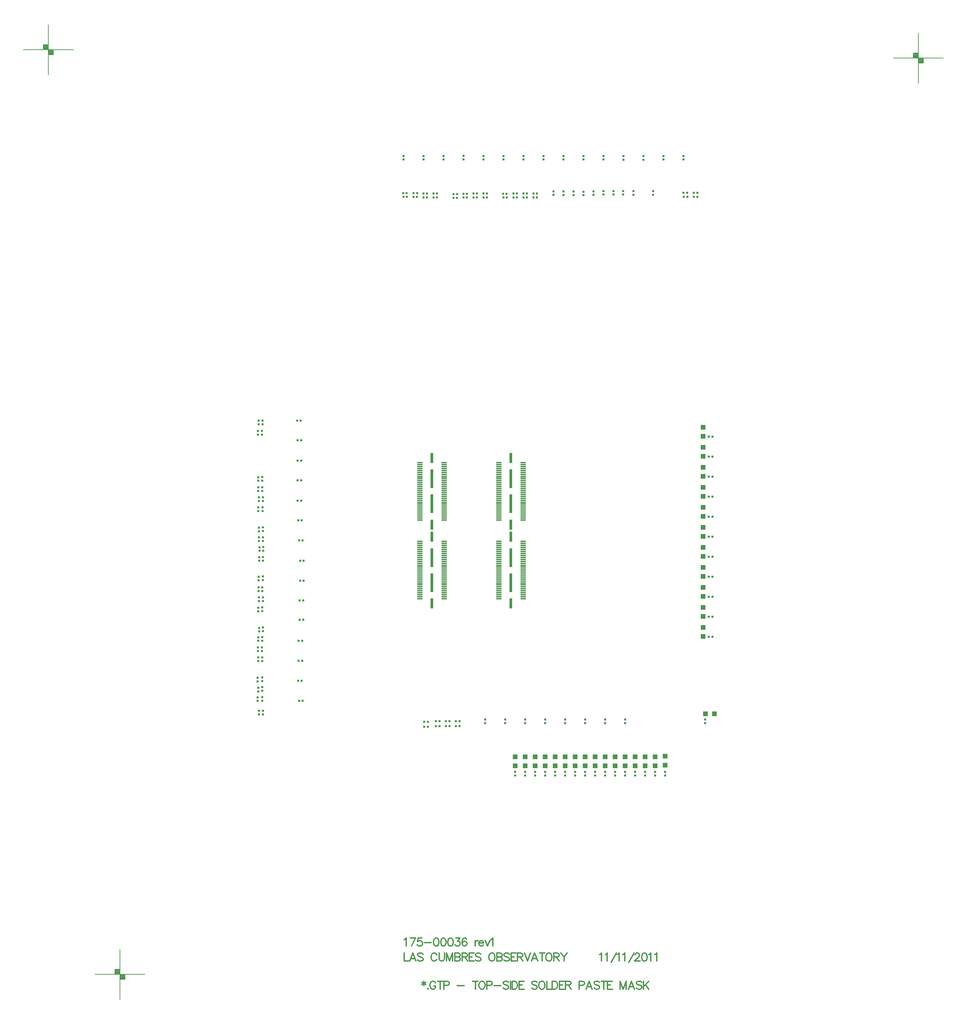
<source format=gtp>
%FSLAX23Y23*%
%MOIN*%
G70*
G01*
G75*
G04 Layer_Color=8421504*
%ADD10R,0.020X0.024*%
%ADD11R,0.025X0.100*%
%ADD12R,0.057X0.012*%
%ADD13R,0.025X0.185*%
%ADD14R,0.024X0.020*%
%ADD15R,0.050X0.050*%
%ADD16R,0.050X0.050*%
%ADD17C,0.005*%
%ADD18C,0.010*%
%ADD19C,0.012*%
%ADD20C,0.008*%
%ADD21C,0.012*%
%ADD22C,0.012*%
%ADD23C,0.200*%
%ADD24C,0.039*%
%ADD25C,0.059*%
%ADD26R,0.059X0.059*%
%ADD27R,0.059X0.059*%
%ADD28C,0.020*%
%ADD29C,0.080*%
%ADD30C,0.010*%
%ADD31C,0.040*%
%ADD32C,0.160*%
%ADD33C,0.080*%
%ADD34C,0.075*%
G04:AMPARAMS|DCode=35|XSize=108mil|YSize=108mil|CornerRadius=0mil|HoleSize=0mil|Usage=FLASHONLY|Rotation=0.000|XOffset=0mil|YOffset=0mil|HoleType=Round|Shape=Relief|Width=20mil|Gap=8mil|Entries=4|*
%AMTHD35*
7,0,0,0.108,0.092,0.020,45*
%
%ADD35THD35*%
G04:AMPARAMS|DCode=36|XSize=91.433mil|YSize=91.433mil|CornerRadius=0mil|HoleSize=0mil|Usage=FLASHONLY|Rotation=0.000|XOffset=0mil|YOffset=0mil|HoleType=Round|Shape=Relief|Width=20mil|Gap=8mil|Entries=4|*
%AMTHD36*
7,0,0,0.091,0.075,0.020,45*
%
%ADD36THD36*%
%ADD37C,0.092*%
%ADD38C,0.046*%
G04:AMPARAMS|DCode=39|XSize=66mil|YSize=66mil|CornerRadius=0mil|HoleSize=0mil|Usage=FLASHONLY|Rotation=0.000|XOffset=0mil|YOffset=0mil|HoleType=Round|Shape=Relief|Width=20mil|Gap=8mil|Entries=4|*
%AMTHD39*
7,0,0,0.066,0.050,0.020,45*
%
%ADD39THD39*%
%ADD40C,0.050*%
G04:AMPARAMS|DCode=41|XSize=62mil|YSize=62mil|CornerRadius=0mil|HoleSize=0mil|Usage=FLASHONLY|Rotation=0.000|XOffset=0mil|YOffset=0mil|HoleType=Round|Shape=Relief|Width=20mil|Gap=8mil|Entries=4|*
%AMTHD41*
7,0,0,0.062,0.046,0.020,45*
%
%ADD41THD41*%
%ADD42R,0.017X0.100*%
%ADD43R,0.017X0.185*%
%ADD44R,0.089X0.011*%
%ADD45C,0.008*%
%ADD46C,0.010*%
%ADD47C,0.007*%
%ADD48R,0.209X0.156*%
D10*
X31108Y23406D02*
D03*
X31073D02*
D03*
X29067Y18338D02*
D03*
X29032D02*
D03*
X29057Y18538D02*
D03*
X29022D02*
D03*
X29062Y18738D02*
D03*
X29027D02*
D03*
X29062Y18938D02*
D03*
X29027D02*
D03*
X29072Y19148D02*
D03*
X29037D02*
D03*
X29072Y19343D02*
D03*
X29037D02*
D03*
X29077Y19538D02*
D03*
X29042D02*
D03*
X29077Y19738D02*
D03*
X29042D02*
D03*
X29067Y19943D02*
D03*
X29032D02*
D03*
X29057Y20143D02*
D03*
X29022D02*
D03*
X29052Y20338D02*
D03*
X29017D02*
D03*
X29052Y20543D02*
D03*
X29017D02*
D03*
X29052Y20738D02*
D03*
X29017D02*
D03*
X29052Y20943D02*
D03*
X29017D02*
D03*
X29048Y21139D02*
D03*
X29013D02*
D03*
X33015Y23376D02*
D03*
X32980D02*
D03*
X32915D02*
D03*
X32880D02*
D03*
X32980Y23416D02*
D03*
X33015D02*
D03*
X32877D02*
D03*
X32913D02*
D03*
X31411Y23368D02*
D03*
X31375D02*
D03*
X31311D02*
D03*
X31275D02*
D03*
X31375Y23408D02*
D03*
X31411D02*
D03*
X31211Y23368D02*
D03*
X31175D02*
D03*
X31275Y23408D02*
D03*
X31311D02*
D03*
X31111Y23368D02*
D03*
X31075D02*
D03*
X31175Y23408D02*
D03*
X31211D02*
D03*
X30911Y23368D02*
D03*
X30875D02*
D03*
X30811D02*
D03*
X30775D02*
D03*
X30875Y23408D02*
D03*
X30911D02*
D03*
X30711Y23368D02*
D03*
X30675D02*
D03*
X30775Y23408D02*
D03*
X30811D02*
D03*
X30675Y23405D02*
D03*
X30710D02*
D03*
X30411Y23370D02*
D03*
X30376D02*
D03*
X30311D02*
D03*
X30276D02*
D03*
X30376Y23410D02*
D03*
X30411D02*
D03*
X30211Y23375D02*
D03*
X30176D02*
D03*
X30276Y23410D02*
D03*
X30311D02*
D03*
X30111Y23377D02*
D03*
X30076D02*
D03*
X30177Y23413D02*
D03*
X30212D02*
D03*
X30576Y23366D02*
D03*
X30611D02*
D03*
X30612Y23403D02*
D03*
X30577D02*
D03*
X30107Y23414D02*
D03*
X30072D02*
D03*
X33165Y20979D02*
D03*
X33130D02*
D03*
X33165Y20779D02*
D03*
X33130D02*
D03*
X33165Y20579D02*
D03*
X33130D02*
D03*
X33165Y20379D02*
D03*
X33130D02*
D03*
X33165Y20179D02*
D03*
X33130D02*
D03*
X33165Y19979D02*
D03*
X33130D02*
D03*
X33165Y19779D02*
D03*
X33130D02*
D03*
X33165Y19579D02*
D03*
X33130D02*
D03*
X33165Y19379D02*
D03*
X33130D02*
D03*
X33165Y19179D02*
D03*
X33130D02*
D03*
X33165Y18979D02*
D03*
X33130D02*
D03*
X30600Y18085D02*
D03*
X30635D02*
D03*
X30500D02*
D03*
X30535D02*
D03*
X30635Y18135D02*
D03*
X30600D02*
D03*
X30535D02*
D03*
X30500D02*
D03*
X30400Y18085D02*
D03*
X30435D02*
D03*
X30284Y18130D02*
D03*
X30319D02*
D03*
X30435Y18135D02*
D03*
X30400D02*
D03*
X30319Y18080D02*
D03*
X30284D02*
D03*
D11*
X31151Y19978D02*
D03*
Y20100D02*
D03*
Y20765D02*
D03*
Y19313D02*
D03*
X30361Y19978D02*
D03*
Y20100D02*
D03*
Y20765D02*
D03*
Y19313D02*
D03*
D12*
X31272Y20718D02*
D03*
Y20698D02*
D03*
Y20679D02*
D03*
Y20659D02*
D03*
Y20639D02*
D03*
Y20620D02*
D03*
Y20600D02*
D03*
Y20580D02*
D03*
Y20561D02*
D03*
Y20541D02*
D03*
Y20521D02*
D03*
Y20501D02*
D03*
Y20482D02*
D03*
Y20462D02*
D03*
Y20442D02*
D03*
Y20423D02*
D03*
Y20403D02*
D03*
Y20383D02*
D03*
Y20364D02*
D03*
Y20344D02*
D03*
Y20324D02*
D03*
Y20305D02*
D03*
Y20285D02*
D03*
Y20265D02*
D03*
Y20246D02*
D03*
Y20226D02*
D03*
Y20206D02*
D03*
Y20187D02*
D03*
Y20167D02*
D03*
Y20147D02*
D03*
Y19931D02*
D03*
Y19911D02*
D03*
Y19891D02*
D03*
Y19872D02*
D03*
Y19852D02*
D03*
Y19832D02*
D03*
Y19812D02*
D03*
Y19793D02*
D03*
Y19773D02*
D03*
Y19753D02*
D03*
Y19734D02*
D03*
Y19714D02*
D03*
Y19694D02*
D03*
Y19675D02*
D03*
Y19655D02*
D03*
Y19635D02*
D03*
Y19616D02*
D03*
Y19596D02*
D03*
Y19576D02*
D03*
Y19557D02*
D03*
Y19537D02*
D03*
Y19517D02*
D03*
Y19498D02*
D03*
Y19478D02*
D03*
Y19458D02*
D03*
Y19438D02*
D03*
Y19419D02*
D03*
Y19399D02*
D03*
Y19379D02*
D03*
Y19360D02*
D03*
X31029Y20718D02*
D03*
Y20698D02*
D03*
Y20679D02*
D03*
Y20659D02*
D03*
Y20639D02*
D03*
Y20620D02*
D03*
Y20600D02*
D03*
Y20580D02*
D03*
Y20561D02*
D03*
Y20541D02*
D03*
Y20521D02*
D03*
Y20501D02*
D03*
Y20482D02*
D03*
Y20462D02*
D03*
Y20442D02*
D03*
Y20423D02*
D03*
Y20403D02*
D03*
Y20383D02*
D03*
Y20364D02*
D03*
Y20344D02*
D03*
Y20324D02*
D03*
Y20305D02*
D03*
Y20285D02*
D03*
Y20265D02*
D03*
Y20246D02*
D03*
Y20226D02*
D03*
Y20206D02*
D03*
Y20187D02*
D03*
Y20167D02*
D03*
Y20147D02*
D03*
Y19931D02*
D03*
Y19911D02*
D03*
Y19891D02*
D03*
Y19872D02*
D03*
Y19852D02*
D03*
Y19832D02*
D03*
Y19812D02*
D03*
Y19793D02*
D03*
Y19773D02*
D03*
Y19753D02*
D03*
Y19734D02*
D03*
Y19714D02*
D03*
Y19694D02*
D03*
Y19675D02*
D03*
Y19655D02*
D03*
Y19635D02*
D03*
Y19616D02*
D03*
Y19596D02*
D03*
Y19576D02*
D03*
Y19557D02*
D03*
Y19537D02*
D03*
Y19517D02*
D03*
Y19498D02*
D03*
Y19478D02*
D03*
Y19458D02*
D03*
Y19438D02*
D03*
Y19419D02*
D03*
Y19399D02*
D03*
Y19379D02*
D03*
Y19360D02*
D03*
X30482Y20718D02*
D03*
Y20698D02*
D03*
Y20679D02*
D03*
Y20659D02*
D03*
Y20639D02*
D03*
Y20620D02*
D03*
Y20600D02*
D03*
Y20580D02*
D03*
Y20561D02*
D03*
Y20541D02*
D03*
Y20521D02*
D03*
Y20501D02*
D03*
Y20482D02*
D03*
Y20462D02*
D03*
Y20442D02*
D03*
Y20423D02*
D03*
Y20403D02*
D03*
Y20383D02*
D03*
Y20364D02*
D03*
Y20344D02*
D03*
Y20324D02*
D03*
Y20305D02*
D03*
Y20285D02*
D03*
Y20265D02*
D03*
Y20246D02*
D03*
Y20226D02*
D03*
Y20206D02*
D03*
Y20187D02*
D03*
Y20167D02*
D03*
Y20147D02*
D03*
Y19931D02*
D03*
Y19911D02*
D03*
Y19891D02*
D03*
Y19872D02*
D03*
Y19852D02*
D03*
Y19832D02*
D03*
Y19812D02*
D03*
Y19793D02*
D03*
Y19773D02*
D03*
Y19753D02*
D03*
Y19734D02*
D03*
Y19714D02*
D03*
Y19694D02*
D03*
Y19675D02*
D03*
Y19655D02*
D03*
Y19635D02*
D03*
Y19616D02*
D03*
Y19596D02*
D03*
Y19576D02*
D03*
Y19557D02*
D03*
Y19537D02*
D03*
Y19517D02*
D03*
Y19498D02*
D03*
Y19478D02*
D03*
Y19458D02*
D03*
Y19438D02*
D03*
Y19419D02*
D03*
Y19399D02*
D03*
Y19379D02*
D03*
Y19360D02*
D03*
X30239Y20718D02*
D03*
Y20698D02*
D03*
Y20679D02*
D03*
Y20659D02*
D03*
Y20639D02*
D03*
Y20620D02*
D03*
Y20600D02*
D03*
Y20580D02*
D03*
Y20561D02*
D03*
Y20541D02*
D03*
Y20521D02*
D03*
Y20501D02*
D03*
Y20482D02*
D03*
Y20462D02*
D03*
Y20442D02*
D03*
Y20423D02*
D03*
Y20403D02*
D03*
Y20383D02*
D03*
Y20364D02*
D03*
Y20344D02*
D03*
Y20324D02*
D03*
Y20305D02*
D03*
Y20285D02*
D03*
Y20265D02*
D03*
Y20246D02*
D03*
Y20226D02*
D03*
Y20206D02*
D03*
Y20187D02*
D03*
Y20167D02*
D03*
Y20147D02*
D03*
Y19931D02*
D03*
Y19911D02*
D03*
Y19891D02*
D03*
Y19872D02*
D03*
Y19852D02*
D03*
Y19832D02*
D03*
Y19812D02*
D03*
Y19793D02*
D03*
Y19773D02*
D03*
Y19753D02*
D03*
Y19734D02*
D03*
Y19714D02*
D03*
Y19694D02*
D03*
Y19675D02*
D03*
Y19655D02*
D03*
Y19635D02*
D03*
Y19616D02*
D03*
Y19596D02*
D03*
Y19576D02*
D03*
Y19557D02*
D03*
Y19537D02*
D03*
Y19517D02*
D03*
Y19498D02*
D03*
Y19478D02*
D03*
Y19458D02*
D03*
Y19438D02*
D03*
Y19419D02*
D03*
Y19399D02*
D03*
Y19379D02*
D03*
Y19360D02*
D03*
D13*
X31151Y20558D02*
D03*
Y20308D02*
D03*
Y19520D02*
D03*
Y19770D02*
D03*
X30361Y20558D02*
D03*
Y20308D02*
D03*
Y19520D02*
D03*
Y19770D02*
D03*
D14*
X28669Y18202D02*
D03*
Y18238D02*
D03*
X28664Y18376D02*
D03*
Y18340D02*
D03*
X28629Y18238D02*
D03*
Y18202D02*
D03*
X28664Y18476D02*
D03*
Y18440D02*
D03*
X28618Y18339D02*
D03*
Y18374D02*
D03*
X28664Y18571D02*
D03*
Y18535D02*
D03*
X28624Y18434D02*
D03*
Y18469D02*
D03*
X28616Y18534D02*
D03*
Y18569D02*
D03*
X28664Y18771D02*
D03*
Y18735D02*
D03*
X28659Y18871D02*
D03*
Y18835D02*
D03*
X28624Y18735D02*
D03*
Y18771D02*
D03*
X28664Y18976D02*
D03*
Y18940D02*
D03*
X28621Y18835D02*
D03*
Y18871D02*
D03*
X28669Y19071D02*
D03*
Y19035D02*
D03*
X28623Y18939D02*
D03*
Y18974D02*
D03*
X28632Y19031D02*
D03*
Y19067D02*
D03*
X28664Y19271D02*
D03*
Y19235D02*
D03*
X28669Y19371D02*
D03*
Y19335D02*
D03*
X28623Y19234D02*
D03*
Y19269D02*
D03*
X28664Y19471D02*
D03*
Y19435D02*
D03*
X28629Y19335D02*
D03*
Y19371D02*
D03*
X28669Y19581D02*
D03*
Y19545D02*
D03*
X28625Y19435D02*
D03*
Y19471D02*
D03*
X28628Y19543D02*
D03*
Y19579D02*
D03*
X28669Y19776D02*
D03*
Y19740D02*
D03*
X28674Y19876D02*
D03*
Y19840D02*
D03*
X28632Y19739D02*
D03*
Y19774D02*
D03*
X28669Y19971D02*
D03*
Y19935D02*
D03*
X28636Y19839D02*
D03*
Y19874D02*
D03*
X28669Y20071D02*
D03*
Y20035D02*
D03*
X28629Y19935D02*
D03*
Y19971D02*
D03*
Y20034D02*
D03*
Y20069D02*
D03*
X28665Y20271D02*
D03*
Y20236D02*
D03*
X28669Y20371D02*
D03*
Y20335D02*
D03*
X28624Y20235D02*
D03*
Y20271D02*
D03*
X28664Y20471D02*
D03*
Y20435D02*
D03*
X28629Y20335D02*
D03*
Y20371D02*
D03*
X28664Y20576D02*
D03*
Y20540D02*
D03*
X28624Y20435D02*
D03*
Y20471D02*
D03*
Y20538D02*
D03*
Y20573D02*
D03*
X28619Y21000D02*
D03*
Y21036D02*
D03*
X28625Y21102D02*
D03*
Y21138D02*
D03*
X28659Y21036D02*
D03*
Y21000D02*
D03*
X28665Y21138D02*
D03*
Y21102D02*
D03*
X32877Y23784D02*
D03*
Y23748D02*
D03*
X32677Y23784D02*
D03*
Y23748D02*
D03*
X32574Y23396D02*
D03*
Y23432D02*
D03*
X32477Y23781D02*
D03*
Y23746D02*
D03*
X32376Y23396D02*
D03*
Y23432D02*
D03*
X32277Y23781D02*
D03*
Y23746D02*
D03*
X32077Y23784D02*
D03*
Y23748D02*
D03*
X31877Y23784D02*
D03*
Y23748D02*
D03*
X31677Y23784D02*
D03*
Y23748D02*
D03*
X31477Y23784D02*
D03*
Y23748D02*
D03*
X31277Y23784D02*
D03*
Y23748D02*
D03*
X31075Y23784D02*
D03*
Y23748D02*
D03*
X30877Y23784D02*
D03*
Y23748D02*
D03*
X30676Y23785D02*
D03*
Y23749D02*
D03*
X30477Y23784D02*
D03*
Y23748D02*
D03*
X30277Y23784D02*
D03*
Y23748D02*
D03*
X30077Y23784D02*
D03*
Y23748D02*
D03*
X33092Y18117D02*
D03*
Y18153D02*
D03*
X32692Y17592D02*
D03*
Y17628D02*
D03*
X32592Y17592D02*
D03*
Y17628D02*
D03*
X32492Y17592D02*
D03*
Y17628D02*
D03*
X32392Y17592D02*
D03*
Y17628D02*
D03*
X32292Y17592D02*
D03*
Y17628D02*
D03*
Y18117D02*
D03*
Y18153D02*
D03*
X32192Y17592D02*
D03*
Y17628D02*
D03*
X32092Y17592D02*
D03*
Y17628D02*
D03*
Y18117D02*
D03*
Y18153D02*
D03*
X31992Y17592D02*
D03*
Y17628D02*
D03*
X31892Y17592D02*
D03*
Y17628D02*
D03*
Y18117D02*
D03*
Y18153D02*
D03*
X31792Y17592D02*
D03*
Y17628D02*
D03*
X31692Y17592D02*
D03*
Y17628D02*
D03*
Y18117D02*
D03*
Y18153D02*
D03*
X31592Y17592D02*
D03*
Y17628D02*
D03*
X31492Y17592D02*
D03*
Y17628D02*
D03*
Y18117D02*
D03*
Y18153D02*
D03*
X31392Y17592D02*
D03*
Y17628D02*
D03*
X31292Y17592D02*
D03*
Y17628D02*
D03*
Y18117D02*
D03*
Y18153D02*
D03*
X31192Y17592D02*
D03*
Y17628D02*
D03*
X31092Y18117D02*
D03*
Y18153D02*
D03*
X30892Y18117D02*
D03*
Y18153D02*
D03*
X32274Y23434D02*
D03*
Y23398D02*
D03*
X32175Y23434D02*
D03*
Y23398D02*
D03*
X32075Y23434D02*
D03*
Y23398D02*
D03*
X31975Y23430D02*
D03*
Y23395D02*
D03*
X31877Y23427D02*
D03*
Y23391D02*
D03*
X31775Y23429D02*
D03*
Y23393D02*
D03*
X31675Y23429D02*
D03*
Y23393D02*
D03*
X31575Y23430D02*
D03*
Y23395D02*
D03*
D15*
X33072Y20984D02*
D03*
Y21074D02*
D03*
Y20784D02*
D03*
Y20874D02*
D03*
Y20584D02*
D03*
Y20674D02*
D03*
Y20384D02*
D03*
Y20474D02*
D03*
Y20184D02*
D03*
Y20274D02*
D03*
Y19984D02*
D03*
Y20074D02*
D03*
Y19784D02*
D03*
Y19874D02*
D03*
Y19584D02*
D03*
Y19674D02*
D03*
Y19384D02*
D03*
Y19474D02*
D03*
Y19184D02*
D03*
Y19274D02*
D03*
Y18984D02*
D03*
Y19074D02*
D03*
X32692Y17695D02*
D03*
Y17785D02*
D03*
X32592Y17690D02*
D03*
Y17780D02*
D03*
X32492Y17690D02*
D03*
Y17780D02*
D03*
X32392Y17690D02*
D03*
Y17780D02*
D03*
X32292Y17690D02*
D03*
Y17780D02*
D03*
X32192Y17690D02*
D03*
Y17780D02*
D03*
X32092Y17690D02*
D03*
Y17780D02*
D03*
X31992Y17690D02*
D03*
Y17780D02*
D03*
X31892Y17690D02*
D03*
Y17780D02*
D03*
X31792Y17690D02*
D03*
Y17780D02*
D03*
X31692Y17690D02*
D03*
Y17780D02*
D03*
X31592Y17690D02*
D03*
Y17780D02*
D03*
X31492Y17690D02*
D03*
Y17780D02*
D03*
X31392Y17690D02*
D03*
Y17780D02*
D03*
X31292Y17690D02*
D03*
Y17780D02*
D03*
X31192Y17690D02*
D03*
Y17780D02*
D03*
D16*
X33097Y18210D02*
D03*
X33187D02*
D03*
D20*
X27210Y15632D02*
X27220D01*
X27210Y15627D02*
Y15637D01*
Y15627D02*
X27220D01*
Y15637D01*
X27210D02*
X27220D01*
X27205Y15622D02*
Y15637D01*
Y15622D02*
X27225D01*
Y15642D01*
X27205D02*
X27225D01*
X27200Y15617D02*
Y15642D01*
Y15617D02*
X27230D01*
Y15647D01*
X27200D02*
X27230D01*
X27195Y15612D02*
Y15652D01*
Y15612D02*
X27235D01*
Y15652D01*
X27195D02*
X27235D01*
X27260Y15582D02*
X27270D01*
X27260Y15577D02*
Y15587D01*
Y15577D02*
X27270D01*
Y15587D01*
X27260D02*
X27270D01*
X27255Y15572D02*
Y15587D01*
Y15572D02*
X27275D01*
Y15592D01*
X27255D02*
X27275D01*
X27250Y15567D02*
Y15592D01*
Y15567D02*
X27280D01*
Y15597D01*
X27250D02*
X27280D01*
X27245Y15562D02*
Y15602D01*
Y15562D02*
X27285D01*
Y15602D01*
X27245D02*
X27285D01*
X27240Y15557D02*
X27290D01*
Y15607D01*
X27190Y15657D02*
X27240D01*
X27190Y15607D02*
Y15657D01*
X27240Y15357D02*
Y15857D01*
X26990Y15607D02*
X27490D01*
X35198Y24788D02*
X35208D01*
X35198Y24783D02*
Y24793D01*
Y24783D02*
X35208D01*
Y24793D01*
X35198D02*
X35208D01*
X35193Y24778D02*
Y24793D01*
Y24778D02*
X35213D01*
Y24798D01*
X35193D02*
X35213D01*
X35188Y24773D02*
Y24798D01*
Y24773D02*
X35218D01*
Y24803D01*
X35188D02*
X35218D01*
X35183Y24768D02*
Y24808D01*
Y24768D02*
X35223D01*
Y24808D01*
X35183D02*
X35223D01*
X35248Y24738D02*
X35258D01*
X35248Y24733D02*
Y24743D01*
Y24733D02*
X35258D01*
Y24743D01*
X35248D02*
X35258D01*
X35243Y24728D02*
Y24743D01*
Y24728D02*
X35263D01*
Y24748D01*
X35243D02*
X35263D01*
X35238Y24723D02*
Y24748D01*
Y24723D02*
X35268D01*
Y24753D01*
X35238D02*
X35268D01*
X35233Y24718D02*
Y24758D01*
Y24718D02*
X35273D01*
Y24758D01*
X35233D02*
X35273D01*
X35228Y24713D02*
X35278D01*
Y24763D01*
X35178Y24813D02*
X35228D01*
X35178Y24763D02*
Y24813D01*
X35228Y24513D02*
Y25013D01*
X34978Y24763D02*
X35478D01*
X26494Y24871D02*
X26504D01*
X26494Y24866D02*
Y24876D01*
Y24866D02*
X26504D01*
Y24876D01*
X26494D02*
X26504D01*
X26489Y24861D02*
Y24876D01*
Y24861D02*
X26509D01*
Y24881D01*
X26489D02*
X26509D01*
X26484Y24856D02*
Y24881D01*
Y24856D02*
X26514D01*
Y24886D01*
X26484D02*
X26514D01*
X26479Y24851D02*
Y24891D01*
Y24851D02*
X26519D01*
Y24891D01*
X26479D02*
X26519D01*
X26544Y24821D02*
X26554D01*
X26544Y24816D02*
Y24826D01*
Y24816D02*
X26554D01*
Y24826D01*
X26544D02*
X26554D01*
X26539Y24811D02*
Y24826D01*
Y24811D02*
X26559D01*
Y24831D01*
X26539D02*
X26559D01*
X26534Y24806D02*
Y24831D01*
Y24806D02*
X26564D01*
Y24836D01*
X26534D02*
X26564D01*
X26529Y24801D02*
Y24841D01*
Y24801D02*
X26569D01*
Y24841D01*
X26529D02*
X26569D01*
X26524Y24796D02*
X26574D01*
Y24846D01*
X26474Y24896D02*
X26524D01*
X26474Y24846D02*
Y24896D01*
X26524Y24596D02*
Y25096D01*
X26274Y24846D02*
X26774D01*
D21*
X30084Y15818D02*
Y15738D01*
X30130D01*
X30200D02*
X30169Y15818D01*
X30139Y15738D01*
X30150Y15764D02*
X30188D01*
X30272Y15806D02*
X30264Y15814D01*
X30253Y15818D01*
X30237D01*
X30226Y15814D01*
X30218Y15806D01*
Y15799D01*
X30222Y15791D01*
X30226Y15787D01*
X30234Y15783D01*
X30256Y15776D01*
X30264Y15772D01*
X30268Y15768D01*
X30272Y15761D01*
Y15749D01*
X30264Y15742D01*
X30253Y15738D01*
X30237D01*
X30226Y15742D01*
X30218Y15749D01*
X30409Y15799D02*
X30406Y15806D01*
X30398Y15814D01*
X30390Y15818D01*
X30375D01*
X30368Y15814D01*
X30360Y15806D01*
X30356Y15799D01*
X30352Y15787D01*
Y15768D01*
X30356Y15757D01*
X30360Y15749D01*
X30368Y15742D01*
X30375Y15738D01*
X30390D01*
X30398Y15742D01*
X30406Y15749D01*
X30409Y15757D01*
X30432Y15818D02*
Y15761D01*
X30436Y15749D01*
X30443Y15742D01*
X30455Y15738D01*
X30462D01*
X30474Y15742D01*
X30481Y15749D01*
X30485Y15761D01*
Y15818D01*
X30507D02*
Y15738D01*
Y15818D02*
X30538Y15738D01*
X30568Y15818D02*
X30538Y15738D01*
X30568Y15818D02*
Y15738D01*
X30591Y15818D02*
Y15738D01*
Y15818D02*
X30625D01*
X30637Y15814D01*
X30641Y15810D01*
X30644Y15803D01*
Y15795D01*
X30641Y15787D01*
X30637Y15783D01*
X30625Y15780D01*
X30591D02*
X30625D01*
X30637Y15776D01*
X30641Y15772D01*
X30644Y15764D01*
Y15753D01*
X30641Y15745D01*
X30637Y15742D01*
X30625Y15738D01*
X30591D01*
X30662Y15818D02*
Y15738D01*
Y15818D02*
X30697D01*
X30708Y15814D01*
X30712Y15810D01*
X30716Y15803D01*
Y15795D01*
X30712Y15787D01*
X30708Y15783D01*
X30697Y15780D01*
X30662D01*
X30689D02*
X30716Y15738D01*
X30783Y15818D02*
X30734D01*
Y15738D01*
X30783D01*
X30734Y15780D02*
X30764D01*
X30850Y15806D02*
X30842Y15814D01*
X30831Y15818D01*
X30815D01*
X30804Y15814D01*
X30796Y15806D01*
Y15799D01*
X30800Y15791D01*
X30804Y15787D01*
X30812Y15783D01*
X30835Y15776D01*
X30842Y15772D01*
X30846Y15768D01*
X30850Y15761D01*
Y15749D01*
X30842Y15742D01*
X30831Y15738D01*
X30815D01*
X30804Y15742D01*
X30796Y15749D01*
X30953Y15818D02*
X30946Y15814D01*
X30938Y15806D01*
X30934Y15799D01*
X30931Y15787D01*
Y15768D01*
X30934Y15757D01*
X30938Y15749D01*
X30946Y15742D01*
X30953Y15738D01*
X30969D01*
X30976Y15742D01*
X30984Y15749D01*
X30988Y15757D01*
X30991Y15768D01*
Y15787D01*
X30988Y15799D01*
X30984Y15806D01*
X30976Y15814D01*
X30969Y15818D01*
X30953D01*
X31010D02*
Y15738D01*
Y15818D02*
X31044D01*
X31056Y15814D01*
X31060Y15810D01*
X31063Y15803D01*
Y15795D01*
X31060Y15787D01*
X31056Y15783D01*
X31044Y15780D01*
X31010D02*
X31044D01*
X31056Y15776D01*
X31060Y15772D01*
X31063Y15764D01*
Y15753D01*
X31060Y15745D01*
X31056Y15742D01*
X31044Y15738D01*
X31010D01*
X31135Y15806D02*
X31127Y15814D01*
X31116Y15818D01*
X31100D01*
X31089Y15814D01*
X31081Y15806D01*
Y15799D01*
X31085Y15791D01*
X31089Y15787D01*
X31097Y15783D01*
X31119Y15776D01*
X31127Y15772D01*
X31131Y15768D01*
X31135Y15761D01*
Y15749D01*
X31127Y15742D01*
X31116Y15738D01*
X31100D01*
X31089Y15742D01*
X31081Y15749D01*
X31202Y15818D02*
X31153D01*
Y15738D01*
X31202D01*
X31153Y15780D02*
X31183D01*
X31215Y15818D02*
Y15738D01*
Y15818D02*
X31250D01*
X31261Y15814D01*
X31265Y15810D01*
X31269Y15803D01*
Y15795D01*
X31265Y15787D01*
X31261Y15783D01*
X31250Y15780D01*
X31215D01*
X31242D02*
X31269Y15738D01*
X31287Y15818D02*
X31317Y15738D01*
X31348Y15818D02*
X31317Y15738D01*
X31419D02*
X31388Y15818D01*
X31358Y15738D01*
X31369Y15764D02*
X31407D01*
X31464Y15818D02*
Y15738D01*
X31437Y15818D02*
X31491D01*
X31523D02*
X31516Y15814D01*
X31508Y15806D01*
X31504Y15799D01*
X31500Y15787D01*
Y15768D01*
X31504Y15757D01*
X31508Y15749D01*
X31516Y15742D01*
X31523Y15738D01*
X31538D01*
X31546Y15742D01*
X31554Y15749D01*
X31557Y15757D01*
X31561Y15768D01*
Y15787D01*
X31557Y15799D01*
X31554Y15806D01*
X31546Y15814D01*
X31538Y15818D01*
X31523D01*
X31580D02*
Y15738D01*
Y15818D02*
X31614D01*
X31626Y15814D01*
X31629Y15810D01*
X31633Y15803D01*
Y15795D01*
X31629Y15787D01*
X31626Y15783D01*
X31614Y15780D01*
X31580D01*
X31607D02*
X31633Y15738D01*
X31651Y15818D02*
X31682Y15780D01*
Y15738D01*
X31712Y15818D02*
X31682Y15780D01*
X32037Y15803D02*
X32044Y15806D01*
X32056Y15818D01*
Y15738D01*
X32095Y15803D02*
X32103Y15806D01*
X32114Y15818D01*
Y15738D01*
X32154Y15726D02*
X32207Y15818D01*
X32213Y15803D02*
X32220Y15806D01*
X32232Y15818D01*
Y15738D01*
X32271Y15803D02*
X32279Y15806D01*
X32290Y15818D01*
Y15738D01*
X32330Y15726D02*
X32383Y15818D01*
X32392Y15799D02*
Y15803D01*
X32396Y15810D01*
X32400Y15814D01*
X32408Y15818D01*
X32423D01*
X32430Y15814D01*
X32434Y15810D01*
X32438Y15803D01*
Y15795D01*
X32434Y15787D01*
X32427Y15776D01*
X32388Y15738D01*
X32442D01*
X32483Y15818D02*
X32471Y15814D01*
X32464Y15803D01*
X32460Y15783D01*
Y15772D01*
X32464Y15753D01*
X32471Y15742D01*
X32483Y15738D01*
X32490D01*
X32502Y15742D01*
X32509Y15753D01*
X32513Y15772D01*
Y15783D01*
X32509Y15803D01*
X32502Y15814D01*
X32490Y15818D01*
X32483D01*
X32531Y15803D02*
X32539Y15806D01*
X32550Y15818D01*
Y15738D01*
X32590Y15803D02*
X32597Y15806D01*
X32609Y15818D01*
Y15738D01*
D22*
X30280Y15537D02*
Y15491D01*
X30261Y15526D02*
X30299Y15503D01*
Y15526D02*
X30261Y15503D01*
X30319Y15465D02*
X30316Y15461D01*
X30319Y15457D01*
X30323Y15461D01*
X30319Y15465D01*
X30398Y15518D02*
X30394Y15526D01*
X30386Y15533D01*
X30379Y15537D01*
X30364D01*
X30356Y15533D01*
X30348Y15526D01*
X30345Y15518D01*
X30341Y15507D01*
Y15488D01*
X30345Y15476D01*
X30348Y15469D01*
X30356Y15461D01*
X30364Y15457D01*
X30379D01*
X30386Y15461D01*
X30394Y15469D01*
X30398Y15476D01*
Y15488D01*
X30379D02*
X30398D01*
X30443Y15537D02*
Y15457D01*
X30416Y15537D02*
X30470D01*
X30479Y15495D02*
X30513D01*
X30525Y15499D01*
X30529Y15503D01*
X30532Y15511D01*
Y15522D01*
X30529Y15530D01*
X30525Y15533D01*
X30513Y15537D01*
X30479D01*
Y15457D01*
X30613Y15491D02*
X30682D01*
X30795Y15537D02*
Y15457D01*
X30768Y15537D02*
X30821D01*
X30854D02*
X30846Y15533D01*
X30839Y15526D01*
X30835Y15518D01*
X30831Y15507D01*
Y15488D01*
X30835Y15476D01*
X30839Y15469D01*
X30846Y15461D01*
X30854Y15457D01*
X30869D01*
X30877Y15461D01*
X30884Y15469D01*
X30888Y15476D01*
X30892Y15488D01*
Y15507D01*
X30888Y15518D01*
X30884Y15526D01*
X30877Y15533D01*
X30869Y15537D01*
X30854D01*
X30911Y15495D02*
X30945D01*
X30956Y15499D01*
X30960Y15503D01*
X30964Y15511D01*
Y15522D01*
X30960Y15530D01*
X30956Y15533D01*
X30945Y15537D01*
X30911D01*
Y15457D01*
X30982Y15491D02*
X31050D01*
X31127Y15526D02*
X31120Y15533D01*
X31108Y15537D01*
X31093D01*
X31082Y15533D01*
X31074Y15526D01*
Y15518D01*
X31078Y15511D01*
X31082Y15507D01*
X31089Y15503D01*
X31112Y15495D01*
X31120Y15491D01*
X31123Y15488D01*
X31127Y15480D01*
Y15469D01*
X31120Y15461D01*
X31108Y15457D01*
X31093D01*
X31082Y15461D01*
X31074Y15469D01*
X31145Y15537D02*
Y15457D01*
X31162Y15537D02*
Y15457D01*
Y15537D02*
X31189D01*
X31200Y15533D01*
X31208Y15526D01*
X31211Y15518D01*
X31215Y15507D01*
Y15488D01*
X31211Y15476D01*
X31208Y15469D01*
X31200Y15461D01*
X31189Y15457D01*
X31162D01*
X31283Y15537D02*
X31233D01*
Y15457D01*
X31283D01*
X31233Y15499D02*
X31264D01*
X31412Y15526D02*
X31405Y15533D01*
X31393Y15537D01*
X31378D01*
X31366Y15533D01*
X31359Y15526D01*
Y15518D01*
X31363Y15511D01*
X31366Y15507D01*
X31374Y15503D01*
X31397Y15495D01*
X31405Y15491D01*
X31408Y15488D01*
X31412Y15480D01*
Y15469D01*
X31405Y15461D01*
X31393Y15457D01*
X31378D01*
X31366Y15461D01*
X31359Y15469D01*
X31453Y15537D02*
X31445Y15533D01*
X31438Y15526D01*
X31434Y15518D01*
X31430Y15507D01*
Y15488D01*
X31434Y15476D01*
X31438Y15469D01*
X31445Y15461D01*
X31453Y15457D01*
X31468D01*
X31476Y15461D01*
X31483Y15469D01*
X31487Y15476D01*
X31491Y15488D01*
Y15507D01*
X31487Y15518D01*
X31483Y15526D01*
X31476Y15533D01*
X31468Y15537D01*
X31453D01*
X31510D02*
Y15457D01*
X31555D01*
X31564Y15537D02*
Y15457D01*
Y15537D02*
X31591D01*
X31602Y15533D01*
X31610Y15526D01*
X31614Y15518D01*
X31617Y15507D01*
Y15488D01*
X31614Y15476D01*
X31610Y15469D01*
X31602Y15461D01*
X31591Y15457D01*
X31564D01*
X31685Y15537D02*
X31635D01*
Y15457D01*
X31685D01*
X31635Y15499D02*
X31666D01*
X31698Y15537D02*
Y15457D01*
Y15537D02*
X31732D01*
X31744Y15533D01*
X31748Y15530D01*
X31752Y15522D01*
Y15514D01*
X31748Y15507D01*
X31744Y15503D01*
X31732Y15499D01*
X31698D01*
X31725D02*
X31752Y15457D01*
X31832Y15495D02*
X31867D01*
X31878Y15499D01*
X31882Y15503D01*
X31886Y15511D01*
Y15522D01*
X31882Y15530D01*
X31878Y15533D01*
X31867Y15537D01*
X31832D01*
Y15457D01*
X31964D02*
X31934Y15537D01*
X31903Y15457D01*
X31915Y15484D02*
X31953D01*
X32036Y15526D02*
X32029Y15533D01*
X32017Y15537D01*
X32002D01*
X31991Y15533D01*
X31983Y15526D01*
Y15518D01*
X31987Y15511D01*
X31991Y15507D01*
X31998Y15503D01*
X32021Y15495D01*
X32029Y15491D01*
X32033Y15488D01*
X32036Y15480D01*
Y15469D01*
X32029Y15461D01*
X32017Y15457D01*
X32002D01*
X31991Y15461D01*
X31983Y15469D01*
X32081Y15537D02*
Y15457D01*
X32054Y15537D02*
X32108D01*
X32167D02*
X32117D01*
Y15457D01*
X32167D01*
X32117Y15499D02*
X32148D01*
X32243Y15537D02*
Y15457D01*
Y15537D02*
X32273Y15457D01*
X32304Y15537D02*
X32273Y15457D01*
X32304Y15537D02*
Y15457D01*
X32388D02*
X32357Y15537D01*
X32327Y15457D01*
X32338Y15484D02*
X32376D01*
X32460Y15526D02*
X32452Y15533D01*
X32441Y15537D01*
X32425D01*
X32414Y15533D01*
X32406Y15526D01*
Y15518D01*
X32410Y15511D01*
X32414Y15507D01*
X32421Y15503D01*
X32444Y15495D01*
X32452Y15491D01*
X32456Y15488D01*
X32460Y15480D01*
Y15469D01*
X32452Y15461D01*
X32441Y15457D01*
X32425D01*
X32414Y15461D01*
X32406Y15469D01*
X32477Y15537D02*
Y15457D01*
X32531Y15537D02*
X32477Y15484D01*
X32497Y15503D02*
X32531Y15457D01*
X30084Y15953D02*
X30092Y15956D01*
X30103Y15968D01*
Y15888D01*
X30196Y15968D02*
X30158Y15888D01*
X30143Y15968D02*
X30196D01*
X30260D02*
X30222D01*
X30218Y15933D01*
X30222Y15937D01*
X30233Y15941D01*
X30245D01*
X30256Y15937D01*
X30264Y15930D01*
X30267Y15918D01*
Y15911D01*
X30264Y15899D01*
X30256Y15892D01*
X30245Y15888D01*
X30233D01*
X30222Y15892D01*
X30218Y15895D01*
X30214Y15903D01*
X30285Y15922D02*
X30354D01*
X30400Y15968D02*
X30389Y15964D01*
X30381Y15953D01*
X30377Y15933D01*
Y15922D01*
X30381Y15903D01*
X30389Y15892D01*
X30400Y15888D01*
X30408D01*
X30419Y15892D01*
X30427Y15903D01*
X30431Y15922D01*
Y15933D01*
X30427Y15953D01*
X30419Y15964D01*
X30408Y15968D01*
X30400D01*
X30472D02*
X30460Y15964D01*
X30453Y15953D01*
X30449Y15933D01*
Y15922D01*
X30453Y15903D01*
X30460Y15892D01*
X30472Y15888D01*
X30479D01*
X30491Y15892D01*
X30498Y15903D01*
X30502Y15922D01*
Y15933D01*
X30498Y15953D01*
X30491Y15964D01*
X30479Y15968D01*
X30472D01*
X30543D02*
X30531Y15964D01*
X30524Y15953D01*
X30520Y15933D01*
Y15922D01*
X30524Y15903D01*
X30531Y15892D01*
X30543Y15888D01*
X30550D01*
X30562Y15892D01*
X30569Y15903D01*
X30573Y15922D01*
Y15933D01*
X30569Y15953D01*
X30562Y15964D01*
X30550Y15968D01*
X30543D01*
X30599D02*
X30641D01*
X30618Y15937D01*
X30629D01*
X30637Y15933D01*
X30641Y15930D01*
X30644Y15918D01*
Y15911D01*
X30641Y15899D01*
X30633Y15892D01*
X30622Y15888D01*
X30610D01*
X30599Y15892D01*
X30595Y15895D01*
X30591Y15903D01*
X30708Y15956D02*
X30704Y15964D01*
X30693Y15968D01*
X30685D01*
X30674Y15964D01*
X30666Y15953D01*
X30662Y15933D01*
Y15914D01*
X30666Y15899D01*
X30674Y15892D01*
X30685Y15888D01*
X30689D01*
X30700Y15892D01*
X30708Y15899D01*
X30712Y15911D01*
Y15914D01*
X30708Y15926D01*
X30700Y15933D01*
X30689Y15937D01*
X30685D01*
X30674Y15933D01*
X30666Y15926D01*
X30662Y15914D01*
X30792Y15941D02*
Y15888D01*
Y15918D02*
X30796Y15930D01*
X30804Y15937D01*
X30811Y15941D01*
X30823D01*
X30830Y15918D02*
X30876D01*
Y15926D01*
X30872Y15933D01*
X30868Y15937D01*
X30860Y15941D01*
X30849D01*
X30841Y15937D01*
X30834Y15930D01*
X30830Y15918D01*
Y15911D01*
X30834Y15899D01*
X30841Y15892D01*
X30849Y15888D01*
X30860D01*
X30868Y15892D01*
X30876Y15899D01*
X30893Y15941D02*
X30916Y15888D01*
X30939Y15941D02*
X30916Y15888D01*
X30951Y15953D02*
X30959Y15956D01*
X30971Y15968D01*
Y15888D01*
M02*

</source>
